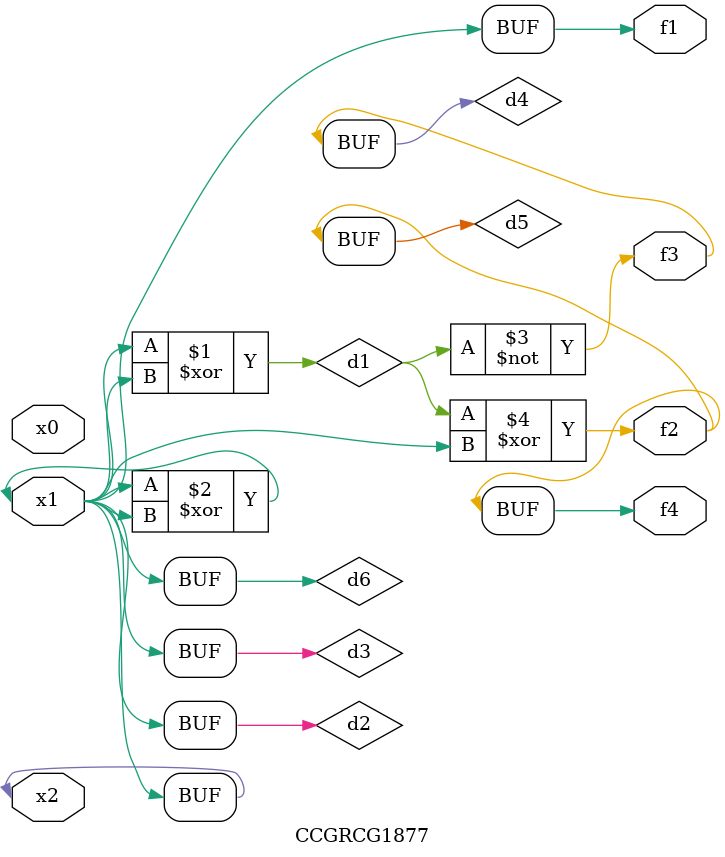
<source format=v>
module CCGRCG1877(
	input x0, x1, x2,
	output f1, f2, f3, f4
);

	wire d1, d2, d3, d4, d5, d6;

	xor (d1, x1, x2);
	buf (d2, x1, x2);
	xor (d3, x1, x2);
	nor (d4, d1);
	xor (d5, d1, d2);
	buf (d6, d2, d3);
	assign f1 = d6;
	assign f2 = d5;
	assign f3 = d4;
	assign f4 = d5;
endmodule

</source>
